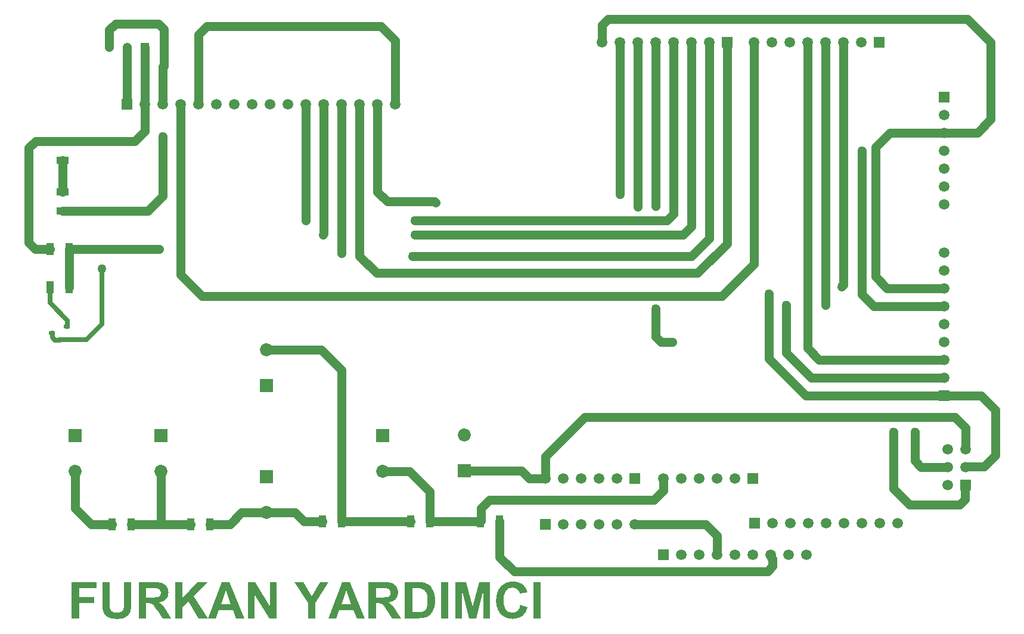
<source format=gtl>
G04*
G04 #@! TF.GenerationSoftware,Altium Limited,Altium Designer,21.0.9 (235)*
G04*
G04 Layer_Physical_Order=1*
G04 Layer_Color=255*
%FSLAX44Y44*%
%MOMM*%
G71*
G04*
G04 #@! TF.SameCoordinates,23A475E3-534D-4AA9-8CFC-B78DB4E5A132*
G04*
G04*
G04 #@! TF.FilePolarity,Positive*
G04*
G01*
G75*
%ADD14R,1.8000X1.1000*%
%ADD15R,1.1000X1.8000*%
%ADD16R,0.8500X0.6000*%
%ADD28C,1.2700*%
%ADD29C,0.6350*%
%ADD30C,1.5000*%
%ADD31R,1.5000X1.5000*%
%ADD32R,1.5000X1.5000*%
%ADD33C,1.8500*%
%ADD34R,1.8500X1.8500*%
%ADD35C,1.2000*%
%ADD36R,1.2000X1.2000*%
%ADD37C,1.2700*%
G36*
X766595Y152238D02*
X767409Y152163D01*
X768298Y152015D01*
X769335Y151867D01*
X770446Y151645D01*
X771631Y151349D01*
X772890Y150978D01*
X774149Y150534D01*
X775483Y149942D01*
X776742Y149349D01*
X777927Y148608D01*
X779186Y147719D01*
X780297Y146757D01*
X780371D01*
X780445Y146608D01*
X780667Y146386D01*
X780890Y146164D01*
X781186Y145794D01*
X781482Y145349D01*
X782297Y144312D01*
X783111Y142979D01*
X784000Y141350D01*
X784815Y139498D01*
X785556Y137350D01*
X775334Y134906D01*
Y134980D01*
X775260Y135054D01*
Y135276D01*
X775112Y135573D01*
X774890Y136239D01*
X774520Y137128D01*
X774001Y138165D01*
X773335Y139202D01*
X772446Y140239D01*
X771483Y141128D01*
X771335Y141202D01*
X770965Y141498D01*
X770372Y141868D01*
X769557Y142313D01*
X768520Y142757D01*
X767335Y143127D01*
X766002Y143424D01*
X764521Y143498D01*
X764002D01*
X763558Y143424D01*
X763113Y143350D01*
X762521Y143275D01*
X761262Y142979D01*
X759781Y142461D01*
X758225Y141720D01*
X757410Y141276D01*
X756670Y140757D01*
X755929Y140091D01*
X755263Y139350D01*
Y139276D01*
X755114Y139128D01*
X754966Y138906D01*
X754744Y138535D01*
X754448Y138091D01*
X754152Y137572D01*
X753855Y136906D01*
X753559Y136165D01*
X753189Y135276D01*
X752892Y134313D01*
X752596Y133202D01*
X752300Y132017D01*
X752078Y130684D01*
X751929Y129277D01*
X751855Y127722D01*
X751781Y126018D01*
Y125944D01*
Y125574D01*
Y125055D01*
X751855Y124463D01*
Y123648D01*
X752004Y122685D01*
X752078Y121722D01*
X752226Y120611D01*
X752670Y118315D01*
X753263Y116019D01*
X753633Y114908D01*
X754152Y113871D01*
X754670Y112908D01*
X755263Y112094D01*
X755337Y112020D01*
X755411Y111945D01*
X755633Y111723D01*
X755929Y111427D01*
X756670Y110834D01*
X757707Y110094D01*
X758966Y109279D01*
X760521Y108687D01*
X762299Y108168D01*
X763262Y108094D01*
X764299Y108020D01*
X764669D01*
X764965Y108094D01*
X765780Y108168D01*
X766743Y108316D01*
X767780Y108687D01*
X768965Y109131D01*
X770150Y109724D01*
X771335Y110612D01*
X771483Y110760D01*
X771853Y111131D01*
X772372Y111723D01*
X772964Y112612D01*
X773705Y113797D01*
X774372Y115204D01*
X775038Y116908D01*
X775631Y118908D01*
X785704Y115797D01*
Y115723D01*
X785630Y115427D01*
X785482Y114982D01*
X785259Y114390D01*
X784963Y113723D01*
X784667Y112908D01*
X784296Y112020D01*
X783852Y111057D01*
X782815Y109057D01*
X781482Y106983D01*
X779853Y104983D01*
X778964Y104094D01*
X778001Y103280D01*
X777927Y103206D01*
X777779Y103132D01*
X777482Y102909D01*
X777038Y102613D01*
X776520Y102317D01*
X775853Y102021D01*
X775112Y101650D01*
X774298Y101280D01*
X773335Y100836D01*
X772298Y100465D01*
X771187Y100169D01*
X770002Y99873D01*
X768743Y99576D01*
X767335Y99354D01*
X765928Y99280D01*
X764373Y99206D01*
X763928D01*
X763410Y99280D01*
X762669Y99354D01*
X761854Y99428D01*
X760817Y99576D01*
X759706Y99799D01*
X758447Y100095D01*
X757188Y100465D01*
X755855Y100910D01*
X754448Y101502D01*
X753040Y102169D01*
X751633Y102909D01*
X750226Y103872D01*
X748893Y104909D01*
X747634Y106168D01*
X747560Y106242D01*
X747337Y106465D01*
X747041Y106909D01*
X746597Y107427D01*
X746152Y108168D01*
X745560Y108983D01*
X744967Y110020D01*
X744375Y111205D01*
X743782Y112464D01*
X743190Y113871D01*
X742597Y115501D01*
X742153Y117204D01*
X741708Y118982D01*
X741412Y120982D01*
X741190Y123055D01*
X741116Y125277D01*
Y125351D01*
Y125426D01*
Y125870D01*
X741190Y126537D01*
Y127425D01*
X741338Y128462D01*
X741486Y129721D01*
X741634Y131055D01*
X741930Y132610D01*
X742301Y134165D01*
X742745Y135795D01*
X743264Y137424D01*
X743930Y139128D01*
X744671Y140757D01*
X745560Y142313D01*
X746523Y143794D01*
X747708Y145201D01*
X747782Y145275D01*
X748004Y145498D01*
X748374Y145868D01*
X748893Y146312D01*
X749559Y146831D01*
X750374Y147423D01*
X751263Y148090D01*
X752374Y148756D01*
X753559Y149423D01*
X754818Y150090D01*
X756299Y150682D01*
X757781Y151201D01*
X759484Y151645D01*
X761188Y152015D01*
X763113Y152238D01*
X765039Y152312D01*
X765928D01*
X766595Y152238D01*
D02*
G37*
G36*
X484254Y121574D02*
Y100095D01*
X473884D01*
Y121648D01*
X455145Y151349D01*
X467218D01*
X479291Y131055D01*
X491068Y151349D01*
X502992D01*
X484254Y121574D01*
D02*
G37*
G36*
X311383Y131351D02*
X331751Y100095D01*
X318345D01*
X304198Y124166D01*
X295829Y115575D01*
Y100095D01*
X285459D01*
Y151349D01*
X295829D01*
Y128536D01*
X316863Y151349D01*
X330788D01*
X311383Y131351D01*
D02*
G37*
G36*
X429593Y100095D02*
X419223D01*
X398411Y133869D01*
Y100095D01*
X388856D01*
Y151349D01*
X398855D01*
X420038Y116834D01*
Y151349D01*
X429593D01*
Y100095D01*
D02*
G37*
G36*
X732450D02*
X722896D01*
X722821Y140387D01*
X712748Y100095D01*
X702749D01*
X692676Y140387D01*
Y100095D01*
X683122D01*
Y151349D01*
X698602D01*
X707786Y116315D01*
X716896Y151349D01*
X732450D01*
Y100095D01*
D02*
G37*
G36*
X222799Y124314D02*
Y124241D01*
Y123944D01*
Y123426D01*
Y122833D01*
Y122093D01*
X222725Y121204D01*
Y120241D01*
Y119278D01*
X222577Y117130D01*
X222429Y114908D01*
X222355Y113945D01*
X222207Y112982D01*
X222059Y112094D01*
X221910Y111279D01*
Y111205D01*
X221836Y111131D01*
Y110908D01*
X221762Y110686D01*
X221540Y109946D01*
X221244Y109057D01*
X220799Y108020D01*
X220281Y106983D01*
X219614Y105872D01*
X218800Y104835D01*
X218725Y104687D01*
X218429Y104391D01*
X217911Y103946D01*
X217244Y103354D01*
X216355Y102687D01*
X215318Y102021D01*
X214133Y101280D01*
X212800Y100687D01*
X212726D01*
X212652Y100613D01*
X212430Y100539D01*
X212134Y100465D01*
X211763Y100317D01*
X211319Y100169D01*
X210726Y100021D01*
X210134Y99947D01*
X208727Y99650D01*
X207023Y99354D01*
X205097Y99206D01*
X202949Y99132D01*
X201764D01*
X201098Y99206D01*
X200431D01*
X199616Y99280D01*
X198802Y99354D01*
X197024Y99502D01*
X195172Y99799D01*
X193321Y100243D01*
X192506Y100465D01*
X191765Y100761D01*
X191691D01*
X191617Y100836D01*
X191173Y101058D01*
X190432Y101428D01*
X189617Y101946D01*
X188654Y102613D01*
X187618Y103354D01*
X186655Y104242D01*
X185766Y105205D01*
X185692Y105353D01*
X185396Y105650D01*
X185025Y106242D01*
X184581Y106983D01*
X184137Y107798D01*
X183618Y108761D01*
X183248Y109797D01*
X182877Y110908D01*
Y110983D01*
X182803Y111131D01*
Y111353D01*
X182729Y111723D01*
X182655Y112168D01*
X182581Y112760D01*
X182507Y113427D01*
X182433Y114167D01*
X182285Y115056D01*
X182211Y116019D01*
X182137Y117056D01*
X182063Y118241D01*
X181989Y119500D01*
Y120907D01*
X181915Y122389D01*
Y123944D01*
Y151349D01*
X192284D01*
Y123500D01*
Y123426D01*
Y123203D01*
Y122907D01*
Y122463D01*
Y121870D01*
Y121278D01*
X192358Y119945D01*
Y118463D01*
X192432Y117056D01*
X192506Y116389D01*
Y115797D01*
X192580Y115352D01*
X192654Y114908D01*
Y114760D01*
X192802Y114390D01*
X193025Y113797D01*
X193321Y113056D01*
X193691Y112242D01*
X194284Y111427D01*
X194950Y110538D01*
X195765Y109797D01*
X195913Y109724D01*
X196209Y109501D01*
X196802Y109205D01*
X197542Y108909D01*
X198579Y108538D01*
X199764Y108242D01*
X201098Y108020D01*
X202653Y107946D01*
X203394D01*
X204134Y108020D01*
X205097Y108168D01*
X206208Y108390D01*
X207245Y108687D01*
X208356Y109131D01*
X209245Y109724D01*
X209319Y109797D01*
X209615Y110020D01*
X209986Y110390D01*
X210430Y110908D01*
X210875Y111575D01*
X211319Y112316D01*
X211689Y113131D01*
X211911Y114093D01*
Y114242D01*
X211985Y114612D01*
X212059Y115278D01*
X212208Y116167D01*
Y116760D01*
X212282Y117426D01*
Y118167D01*
X212356Y118908D01*
Y119796D01*
X212430Y120759D01*
Y121796D01*
Y122907D01*
Y151349D01*
X222799D01*
Y124314D01*
D02*
G37*
G36*
X804665Y100095D02*
X794296D01*
Y151349D01*
X804665D01*
Y100095D01*
D02*
G37*
G36*
X673345D02*
X662976D01*
Y151349D01*
X673345D01*
Y100095D01*
D02*
G37*
G36*
X632683Y151275D02*
X634090Y151201D01*
X635645Y151127D01*
X637275Y150904D01*
X638830Y150682D01*
X640237Y150312D01*
X640311D01*
X640460Y150238D01*
X640682Y150164D01*
X640978Y150090D01*
X641867Y149719D01*
X642904Y149201D01*
X644089Y148534D01*
X645422Y147719D01*
X646681Y146757D01*
X647940Y145572D01*
X648014D01*
X648088Y145423D01*
X648459Y144979D01*
X649051Y144238D01*
X649718Y143275D01*
X650533Y142091D01*
X651347Y140683D01*
X652162Y139054D01*
X652829Y137276D01*
Y137202D01*
X652903Y137054D01*
X652977Y136758D01*
X653125Y136387D01*
X653199Y135943D01*
X653347Y135350D01*
X653495Y134684D01*
X653717Y133943D01*
X653866Y133128D01*
X654014Y132166D01*
X654162Y131203D01*
X654236Y130092D01*
X654458Y127796D01*
X654532Y125203D01*
Y125129D01*
Y124907D01*
Y124611D01*
Y124166D01*
X654458Y123574D01*
Y122981D01*
X654384Y122241D01*
X654310Y121426D01*
X654162Y119722D01*
X653866Y117945D01*
X653421Y116093D01*
X652903Y114316D01*
Y114242D01*
X652829Y114093D01*
X652681Y113797D01*
X652532Y113353D01*
X652384Y112908D01*
X652088Y112390D01*
X651496Y111057D01*
X650755Y109649D01*
X649792Y108094D01*
X648681Y106613D01*
X647422Y105205D01*
X647274Y105057D01*
X646903Y104761D01*
X646311Y104317D01*
X645496Y103724D01*
X644459Y103057D01*
X643274Y102391D01*
X641793Y101724D01*
X640163Y101132D01*
X640089D01*
X640015Y101058D01*
X639793D01*
X639571Y100984D01*
X638756Y100836D01*
X637719Y100613D01*
X636460Y100391D01*
X634905Y100243D01*
X633053Y100169D01*
X631053Y100095D01*
X611648D01*
Y151349D01*
X632090D01*
X632683Y151275D01*
D02*
G37*
G36*
X583725D02*
X584539D01*
X585354Y151201D01*
X586317D01*
X588243Y150978D01*
X590243Y150756D01*
X592094Y150386D01*
X592909Y150164D01*
X593650Y149942D01*
X593724D01*
X593798Y149867D01*
X594242Y149645D01*
X594909Y149275D01*
X595798Y148830D01*
X596760Y148090D01*
X597723Y147275D01*
X598686Y146238D01*
X599575Y144979D01*
Y144905D01*
X599649Y144831D01*
X599797Y144609D01*
X599945Y144387D01*
X600316Y143646D01*
X600760Y142683D01*
X601130Y141498D01*
X601501Y140165D01*
X601797Y138609D01*
X601871Y136980D01*
Y136906D01*
Y136758D01*
Y136387D01*
X601797Y136017D01*
Y135499D01*
X601723Y134980D01*
X601427Y133647D01*
X601056Y132092D01*
X600464Y130536D01*
X599575Y128907D01*
X599057Y128166D01*
X598464Y127425D01*
X598390Y127351D01*
X598316Y127277D01*
X598094Y127055D01*
X597797Y126833D01*
X597501Y126537D01*
X597057Y126166D01*
X596538Y125796D01*
X595946Y125426D01*
X595279Y124981D01*
X594464Y124611D01*
X593650Y124241D01*
X592761Y123870D01*
X591724Y123500D01*
X590687Y123203D01*
X589576Y122907D01*
X588317Y122685D01*
X588391D01*
X588465Y122611D01*
X588909Y122315D01*
X589502Y121944D01*
X590243Y121426D01*
X591131Y120759D01*
X592020Y120093D01*
X592983Y119278D01*
X593798Y118389D01*
X593872Y118315D01*
X594242Y117945D01*
X594687Y117352D01*
X595353Y116463D01*
X596242Y115352D01*
X596686Y114612D01*
X597205Y113871D01*
X597797Y113056D01*
X598390Y112168D01*
X599057Y111131D01*
X599723Y110094D01*
X606019Y100095D01*
X593576D01*
X586169Y111205D01*
X586095Y111279D01*
X586021Y111501D01*
X585799Y111797D01*
X585502Y112168D01*
X585206Y112612D01*
X584836Y113205D01*
X584021Y114390D01*
X583058Y115723D01*
X582169Y116908D01*
X581355Y118019D01*
X580984Y118389D01*
X580688Y118760D01*
X580614Y118834D01*
X580466Y118982D01*
X580169Y119278D01*
X579799Y119648D01*
X579281Y119945D01*
X578762Y120315D01*
X578170Y120611D01*
X577577Y120907D01*
X577503D01*
X577281Y120982D01*
X576911Y121130D01*
X576318Y121204D01*
X575577Y121352D01*
X574689Y121426D01*
X573652Y121500D01*
X570319D01*
Y100095D01*
X559949D01*
Y151349D01*
X583058D01*
X583725Y151275D01*
D02*
G37*
G36*
X554394Y100095D02*
X543210D01*
X538766Y111723D01*
X518176D01*
X513954Y100095D01*
X502992D01*
X522842Y151349D01*
X533804D01*
X554394Y100095D01*
D02*
G37*
G36*
X383301D02*
X372117D01*
X367673Y111723D01*
X347083D01*
X342861Y100095D01*
X331899D01*
X351749Y151349D01*
X362711D01*
X383301Y100095D01*
D02*
G37*
G36*
X257536Y151275D02*
X258351D01*
X259166Y151201D01*
X260129D01*
X262054Y150978D01*
X264054Y150756D01*
X265906Y150386D01*
X266721Y150164D01*
X267461Y149942D01*
X267535D01*
X267609Y149867D01*
X268054Y149645D01*
X268720Y149275D01*
X269609Y148830D01*
X270572Y148090D01*
X271535Y147275D01*
X272498Y146238D01*
X273386Y144979D01*
Y144905D01*
X273461Y144831D01*
X273609Y144609D01*
X273757Y144387D01*
X274127Y143646D01*
X274572Y142683D01*
X274942Y141498D01*
X275312Y140165D01*
X275609Y138609D01*
X275683Y136980D01*
Y136906D01*
Y136758D01*
Y136387D01*
X275609Y136017D01*
Y135499D01*
X275534Y134980D01*
X275238Y133647D01*
X274868Y132092D01*
X274275Y130536D01*
X273386Y128907D01*
X272868Y128166D01*
X272276Y127425D01*
X272201Y127351D01*
X272127Y127277D01*
X271905Y127055D01*
X271609Y126833D01*
X271313Y126537D01*
X270868Y126166D01*
X270350Y125796D01*
X269757Y125426D01*
X269091Y124981D01*
X268276Y124611D01*
X267461Y124241D01*
X266572Y123870D01*
X265536Y123500D01*
X264499Y123203D01*
X263388Y122907D01*
X262128Y122685D01*
X262202D01*
X262276Y122611D01*
X262721Y122315D01*
X263314Y121944D01*
X264054Y121426D01*
X264943Y120759D01*
X265832Y120093D01*
X266795Y119278D01*
X267609Y118389D01*
X267683Y118315D01*
X268054Y117945D01*
X268498Y117352D01*
X269165Y116463D01*
X270054Y115352D01*
X270498Y114612D01*
X271016Y113871D01*
X271609Y113056D01*
X272201Y112168D01*
X272868Y111131D01*
X273535Y110094D01*
X279830Y100095D01*
X267387D01*
X259981Y111205D01*
X259906Y111279D01*
X259832Y111501D01*
X259610Y111797D01*
X259314Y112168D01*
X259018Y112612D01*
X258647Y113205D01*
X257833Y114390D01*
X256870Y115723D01*
X255981Y116908D01*
X255166Y118019D01*
X254796Y118389D01*
X254500Y118760D01*
X254426Y118834D01*
X254277Y118982D01*
X253981Y119278D01*
X253611Y119648D01*
X253092Y119945D01*
X252574Y120315D01*
X251981Y120611D01*
X251389Y120907D01*
X251315D01*
X251092Y120982D01*
X250722Y121130D01*
X250130Y121204D01*
X249389Y121352D01*
X248500Y121426D01*
X247463Y121500D01*
X244130D01*
Y100095D01*
X233761D01*
Y151349D01*
X256870D01*
X257536Y151275D01*
D02*
G37*
G36*
X173471Y142683D02*
X148659D01*
Y130536D01*
X170064D01*
Y121870D01*
X148659D01*
Y100095D01*
X138289D01*
Y151349D01*
X173471D01*
Y142683D01*
D02*
G37*
%LPC*%
G36*
X628757D02*
X622017D01*
Y108761D01*
X631127D01*
X632090Y108835D01*
X633127D01*
X634164Y108983D01*
X635127Y109057D01*
X635942Y109205D01*
X636090D01*
X636386Y109353D01*
X636830Y109501D01*
X637423Y109724D01*
X638089Y110020D01*
X638756Y110390D01*
X639423Y110834D01*
X640089Y111353D01*
X640163Y111427D01*
X640386Y111649D01*
X640682Y112020D01*
X641052Y112538D01*
X641422Y113205D01*
X641941Y114019D01*
X642311Y115056D01*
X642756Y116241D01*
Y116315D01*
X642830Y116389D01*
Y116612D01*
X642904Y116908D01*
X643052Y117204D01*
X643126Y117649D01*
X643348Y118760D01*
X643496Y120093D01*
X643718Y121648D01*
X643793Y123574D01*
X643867Y125648D01*
Y125722D01*
Y125944D01*
Y126240D01*
Y126611D01*
Y127129D01*
X643793Y127722D01*
X643718Y128981D01*
X643570Y130462D01*
X643422Y132017D01*
X643126Y133425D01*
X642756Y134758D01*
Y134832D01*
X642682Y134906D01*
X642533Y135276D01*
X642311Y135869D01*
X642015Y136610D01*
X641571Y137350D01*
X641052Y138165D01*
X640460Y138980D01*
X639793Y139720D01*
X639719Y139794D01*
X639497Y140017D01*
X639052Y140313D01*
X638534Y140683D01*
X637793Y141128D01*
X636978Y141498D01*
X636090Y141868D01*
X635053Y142164D01*
X634979D01*
X634608Y142239D01*
X634016Y142313D01*
X633201Y142461D01*
X632683D01*
X632016Y142535D01*
X631349D01*
X630609Y142609D01*
X629720D01*
X628757Y142683D01*
D02*
G37*
G36*
X582169D02*
X570319D01*
Y129647D01*
X580392D01*
X581873Y129721D01*
X583428Y129795D01*
X584984Y129869D01*
X585650Y129944D01*
X586243Y130018D01*
X586836Y130166D01*
X587206Y130240D01*
X587280D01*
X587502Y130388D01*
X587872Y130536D01*
X588243Y130758D01*
X589206Y131425D01*
X589650Y131869D01*
X590094Y132388D01*
X590168Y132462D01*
X590243Y132684D01*
X590465Y132980D01*
X590687Y133425D01*
X590835Y134017D01*
X591057Y134684D01*
X591131Y135424D01*
X591205Y136239D01*
Y136387D01*
Y136684D01*
X591131Y137128D01*
X591057Y137721D01*
X590835Y138387D01*
X590613Y139054D01*
X590243Y139794D01*
X589798Y140387D01*
X589724Y140461D01*
X589576Y140683D01*
X589206Y140905D01*
X588761Y141276D01*
X588243Y141646D01*
X587576Y141942D01*
X586761Y142239D01*
X585873Y142461D01*
X585799D01*
X585576Y142535D01*
X585132D01*
X584465Y142609D01*
X582836D01*
X582169Y142683D01*
D02*
G37*
G36*
X528249Y139424D02*
X521287Y120389D01*
X535433D01*
X528249Y139424D01*
D02*
G37*
G36*
X357156D02*
X350193Y120389D01*
X364340D01*
X357156Y139424D01*
D02*
G37*
G36*
X255981Y142683D02*
X244130D01*
Y129647D01*
X254203D01*
X255685Y129721D01*
X257240Y129795D01*
X258795Y129869D01*
X259462Y129944D01*
X260054Y130018D01*
X260647Y130166D01*
X261017Y130240D01*
X261091D01*
X261314Y130388D01*
X261684Y130536D01*
X262054Y130758D01*
X263017Y131425D01*
X263462Y131869D01*
X263906Y132388D01*
X263980Y132462D01*
X264054Y132684D01*
X264276Y132980D01*
X264499Y133425D01*
X264647Y134017D01*
X264869Y134684D01*
X264943Y135424D01*
X265017Y136239D01*
Y136387D01*
Y136684D01*
X264943Y137128D01*
X264869Y137721D01*
X264647Y138387D01*
X264424Y139054D01*
X264054Y139794D01*
X263610Y140387D01*
X263536Y140461D01*
X263388Y140683D01*
X263017Y140905D01*
X262573Y141276D01*
X262054Y141646D01*
X261388Y141942D01*
X260573Y142239D01*
X259684Y142461D01*
X259610D01*
X259388Y142535D01*
X258944D01*
X258277Y142609D01*
X256647D01*
X255981Y142683D01*
D02*
G37*
%LPD*%
D14*
X125730Y678650D02*
D03*
Y705650D02*
D03*
X125730Y778040D02*
D03*
Y751040D02*
D03*
D15*
X134320Y624783D02*
D03*
X107320D02*
D03*
Y570173D02*
D03*
X134320D02*
D03*
X746290Y237490D02*
D03*
X719290D02*
D03*
X647230D02*
D03*
X620230D02*
D03*
X223050Y233680D02*
D03*
X196050D02*
D03*
X521500Y237490D02*
D03*
X494500D02*
D03*
X334340Y233680D02*
D03*
X307340D02*
D03*
D16*
X109900Y505460D02*
D03*
X131400Y514960D02*
D03*
Y495960D02*
D03*
D28*
X1443990Y808990D02*
Y918210D01*
X1377950Y416560D02*
X1430020D01*
X1424940Y789940D02*
X1443990Y808990D01*
X1410970Y951230D02*
X1443990Y918210D01*
X1377950Y789940D02*
X1424940D01*
X1430020Y416560D02*
X1450340Y396240D01*
X1018540Y656590D02*
Y918210D01*
X942340Y684530D02*
Y918210D01*
X993140Y674370D02*
Y918210D01*
X967740Y685800D02*
Y918210D01*
X916940Y702310D02*
Y918210D01*
X891540D02*
X891980Y918650D01*
X1126671Y166370D02*
X1134110Y173810D01*
X1450340Y331470D02*
Y396240D01*
X1434270Y315400D02*
X1450340Y331470D01*
X1408870Y315400D02*
X1434270D01*
X891980Y918650D02*
Y942780D01*
X1134110Y173810D02*
Y184331D01*
X1209040Y544830D02*
Y918210D01*
X1234440Y574040D02*
Y918210D01*
X967740Y500200D02*
X975180Y492760D01*
X1183640Y483870D02*
Y918210D01*
X1107440Y603250D02*
Y918210D01*
X1043940Y640080D02*
Y918210D01*
X1069340Y632460D02*
Y918210D01*
X967740Y500200D02*
Y539750D01*
X975180Y492760D02*
X991870D01*
X1132010Y186430D02*
Y190060D01*
X1055370Y190500D02*
Y217170D01*
X938530Y233680D02*
X1038860D01*
X1055370Y217170D01*
X965200Y267970D02*
X978730Y281500D01*
X731520Y267970D02*
X965200D01*
X867410Y386080D02*
X1393190D01*
X572770Y706120D02*
X586740Y692150D01*
X323850Y557530D02*
X1061720D01*
X598170Y830580D02*
Y920750D01*
X767080Y166370D02*
X1126671D01*
X1131570Y190500D02*
X1132010Y190060D01*
Y186430D02*
X1134110Y184331D01*
X891980Y942780D02*
X900430Y951230D01*
X1410970D01*
X330200Y941070D02*
X577850D01*
X598170Y920750D01*
X1231900Y571500D02*
X1234440Y574040D01*
X1061720Y557530D02*
X1107440Y603250D01*
X1018540Y614680D02*
X1043940Y640080D01*
X1027430Y590550D02*
X1069340Y632460D01*
X984250Y665480D02*
X993140Y674370D01*
X1007110Y645160D02*
X1018540Y656590D01*
X1408430Y340360D02*
Y370840D01*
X1393190Y386080D02*
X1408430Y370840D01*
X1344930Y314960D02*
X1383030D01*
X1407280Y269360D02*
Y288410D01*
X1408430Y314960D02*
X1408870Y315400D01*
X1407280Y288410D02*
X1408430Y289560D01*
X1399540Y261620D02*
X1407280Y269360D01*
X1328420Y261620D02*
X1399540D01*
X978730Y281500D02*
Y298010D01*
X979170Y298450D01*
X1153160Y477520D02*
Y544830D01*
Y477520D02*
X1188720Y441960D01*
X1129030Y468630D02*
Y561340D01*
Y468630D02*
X1181100Y416560D01*
X1183640Y483870D02*
X1200150Y467360D01*
X1261110Y560070D02*
X1277620Y543560D01*
X1377950D01*
X1200150Y467360D02*
X1377950D01*
X1188720Y441960D02*
X1304290D01*
X1377950D01*
X1181100Y416560D02*
X1377950D01*
X1296670Y568960D02*
X1377950D01*
X1300480Y789940D02*
X1377950D01*
X1280160Y769620D02*
X1300480Y789940D01*
X1280160Y585470D02*
X1296670Y568960D01*
X1280160Y585470D02*
Y769620D01*
X1261110Y560070D02*
Y764540D01*
X1305560Y284480D02*
X1328420Y261620D01*
X1336040Y323850D02*
Y364490D01*
Y323850D02*
X1344930Y314960D01*
X1305560Y284480D02*
Y364490D01*
X134320Y570173D02*
Y624783D01*
X125730Y705650D02*
Y751040D01*
Y705650D02*
X125730Y705650D01*
X125730Y751040D02*
X125730Y751040D01*
X77470Y633730D02*
Y768350D01*
X81293Y629907D02*
X86417Y624783D01*
X77470Y633730D02*
X81293Y629907D01*
X86417Y624783D02*
X107320D01*
X87160Y778040D02*
X125730D01*
X77470Y768350D02*
X87160Y778040D01*
X293370Y588010D02*
Y830580D01*
X267970Y699770D02*
Y784860D01*
X242570Y792480D02*
Y830580D01*
X293370Y588010D02*
X323850Y557530D01*
X228130Y778040D02*
X242570Y792480D01*
X262833Y624783D02*
X262890Y624840D01*
X246850Y678650D02*
X267970Y699770D01*
X134320Y624783D02*
X262833D01*
X125730Y678650D02*
X246850D01*
X267970Y830580D02*
Y883686D01*
X269240Y884956D01*
Y937440D01*
X242570Y830580D02*
Y911860D01*
X318770Y929640D02*
X330200Y941070D01*
X318770Y830580D02*
Y929640D01*
X217170Y830580D02*
Y911860D01*
X191770Y935990D02*
X200660Y944880D01*
X191770Y911860D02*
Y935990D01*
X200660Y944880D02*
X261800D01*
X269240Y937440D01*
X647230Y237490D02*
Y279870D01*
X618490Y308610D02*
X647230Y279870D01*
X580390Y308610D02*
X618490D01*
X492760Y481330D02*
X521500Y452590D01*
X455930Y250190D02*
X459727Y246393D01*
X521500Y237490D02*
Y452590D01*
X415290Y481330D02*
X492760D01*
X415290Y250190D02*
X455930D01*
X459727Y246393D02*
X468630Y237490D01*
X746290Y187160D02*
Y237490D01*
Y187160D02*
X767080Y166370D01*
X265430Y233680D02*
X307340D01*
X720140Y256590D02*
X731520Y267970D01*
X788230Y298890D02*
X811090D01*
X811530Y298450D01*
Y330200D01*
X867410Y386080D01*
X777240Y309880D02*
X788230Y298890D01*
X695960Y309880D02*
X777240D01*
X223050Y233680D02*
X265430D01*
X166370D02*
X196050D01*
X143510Y256540D02*
Y308610D01*
X265430Y233680D02*
Y308610D01*
X143510Y256540D02*
X166370Y233680D01*
X719290Y237490D02*
X720140Y238340D01*
X521500Y237490D02*
X620230D01*
X647230D02*
X719290D01*
X468630D02*
X494500D01*
X720140Y238340D02*
Y256590D01*
X307340Y233680D02*
X307340Y233680D01*
X334340D02*
X363220D01*
X379730Y250190D01*
X415290D01*
X626110Y665480D02*
X984250D01*
X586740Y692150D02*
X654050D01*
X547370Y614680D02*
X571500Y590550D01*
X1027430D01*
X626110Y645160D02*
X1007110D01*
X654050Y692150D02*
X655320Y690880D01*
X622300Y614680D02*
X1018540D01*
X127000Y778040D02*
X228130D01*
X547370Y614680D02*
Y830580D01*
X495300Y645160D02*
X496570Y646430D01*
X471170Y665480D02*
Y830580D01*
X521970Y618490D02*
Y830580D01*
X496570Y646430D02*
Y830580D01*
X572770Y706120D02*
Y830580D01*
D29*
X131400Y495960D02*
X159410D01*
X114695Y495300D02*
X121045D01*
X107320Y547999D02*
Y570173D01*
X131905Y514960D02*
X132080Y515135D01*
X131400Y514960D02*
X131905D01*
X181610Y518160D02*
Y596900D01*
X107320Y547999D02*
X132080Y523240D01*
Y515135D02*
Y523240D01*
X131225Y495785D02*
X131400Y495960D01*
X121530Y495785D02*
X131225D01*
X110975Y499020D02*
X114695Y495300D01*
X110800Y505460D02*
X110975Y505285D01*
X159410Y495960D02*
X181610Y518160D01*
X110975Y499020D02*
Y505285D01*
X109900Y505460D02*
X110800D01*
X121045Y495300D02*
X121530Y495785D01*
D30*
X1004570Y190500D02*
D03*
X1182370D02*
D03*
X1156970D02*
D03*
X1131570D02*
D03*
X1106170D02*
D03*
X1080770D02*
D03*
X1055370D02*
D03*
X1029970D02*
D03*
X598170Y830580D02*
D03*
X572770D02*
D03*
X547370D02*
D03*
X521970D02*
D03*
X496570D02*
D03*
X471170D02*
D03*
X445770D02*
D03*
X420370D02*
D03*
X394970D02*
D03*
X369570D02*
D03*
X344170D02*
D03*
X318770D02*
D03*
X293370D02*
D03*
X267970D02*
D03*
X242570D02*
D03*
X979170Y298450D02*
D03*
X1004570D02*
D03*
X1029970D02*
D03*
X1055370D02*
D03*
X1080770D02*
D03*
X1134110Y234950D02*
D03*
X1311910D02*
D03*
X1286510D02*
D03*
X1261110D02*
D03*
X1235710D02*
D03*
X1210310D02*
D03*
X1184910D02*
D03*
X1159510D02*
D03*
X1377950Y441960D02*
D03*
Y619760D02*
D03*
Y594360D02*
D03*
Y568960D02*
D03*
Y543560D02*
D03*
Y518160D02*
D03*
Y492760D02*
D03*
Y467360D02*
D03*
X891540Y918210D02*
D03*
X916940D02*
D03*
X942340D02*
D03*
X967740D02*
D03*
X993140D02*
D03*
X1018540D02*
D03*
X1043940D02*
D03*
X1107440D02*
D03*
X1132840D02*
D03*
X1158240D02*
D03*
X1183640D02*
D03*
X1209040D02*
D03*
X1234440D02*
D03*
X1259840D02*
D03*
X1377950Y789940D02*
D03*
Y815340D02*
D03*
Y764540D02*
D03*
Y739140D02*
D03*
Y713740D02*
D03*
Y688340D02*
D03*
X1383030Y340360D02*
D03*
X1408430D02*
D03*
X1383030Y314960D02*
D03*
X1408430D02*
D03*
X1383030Y289560D02*
D03*
X938530Y233680D02*
D03*
X913130D02*
D03*
X887730D02*
D03*
X862330D02*
D03*
X836930D02*
D03*
X811530Y298450D02*
D03*
X836930D02*
D03*
X862330D02*
D03*
X887730D02*
D03*
X913130D02*
D03*
D31*
X979170Y190500D02*
D03*
X217170Y830580D02*
D03*
X1106170Y298450D02*
D03*
X1108710Y234950D02*
D03*
X1069340Y918210D02*
D03*
X1285240D02*
D03*
X811530Y233680D02*
D03*
X938530Y298450D02*
D03*
D32*
X1377950Y416560D02*
D03*
Y840740D02*
D03*
X1408430Y289560D02*
D03*
D33*
X143510Y308610D02*
D03*
X695960Y360680D02*
D03*
X265430Y308610D02*
D03*
X580390D02*
D03*
X415290Y481330D02*
D03*
Y250190D02*
D03*
D34*
X143510Y359410D02*
D03*
X695960Y309880D02*
D03*
X265430Y359410D02*
D03*
X580390D02*
D03*
X415290Y430530D02*
D03*
Y300990D02*
D03*
D35*
X191770Y911860D02*
D03*
X217170D02*
D03*
D36*
X242570D02*
D03*
D37*
X1129030Y561340D02*
D03*
X1261110Y764540D02*
D03*
X1336040Y364490D02*
D03*
X1305560D02*
D03*
X1304290Y441960D02*
D03*
X1231900Y571500D02*
D03*
X1153160Y544830D02*
D03*
X1209040D02*
D03*
X495300Y645160D02*
D03*
X916940Y702310D02*
D03*
X622300Y614680D02*
D03*
X967740Y685800D02*
D03*
X942340Y684530D02*
D03*
X967740Y539750D02*
D03*
X991870Y492760D02*
D03*
X626110Y665480D02*
D03*
X655320Y690880D02*
D03*
X626110Y645160D02*
D03*
X267970Y784860D02*
D03*
X262890Y624840D02*
D03*
X181610Y596900D02*
D03*
Y678180D02*
D03*
X471170Y665480D02*
D03*
X521970Y830580D02*
D03*
Y618490D02*
D03*
M02*

</source>
